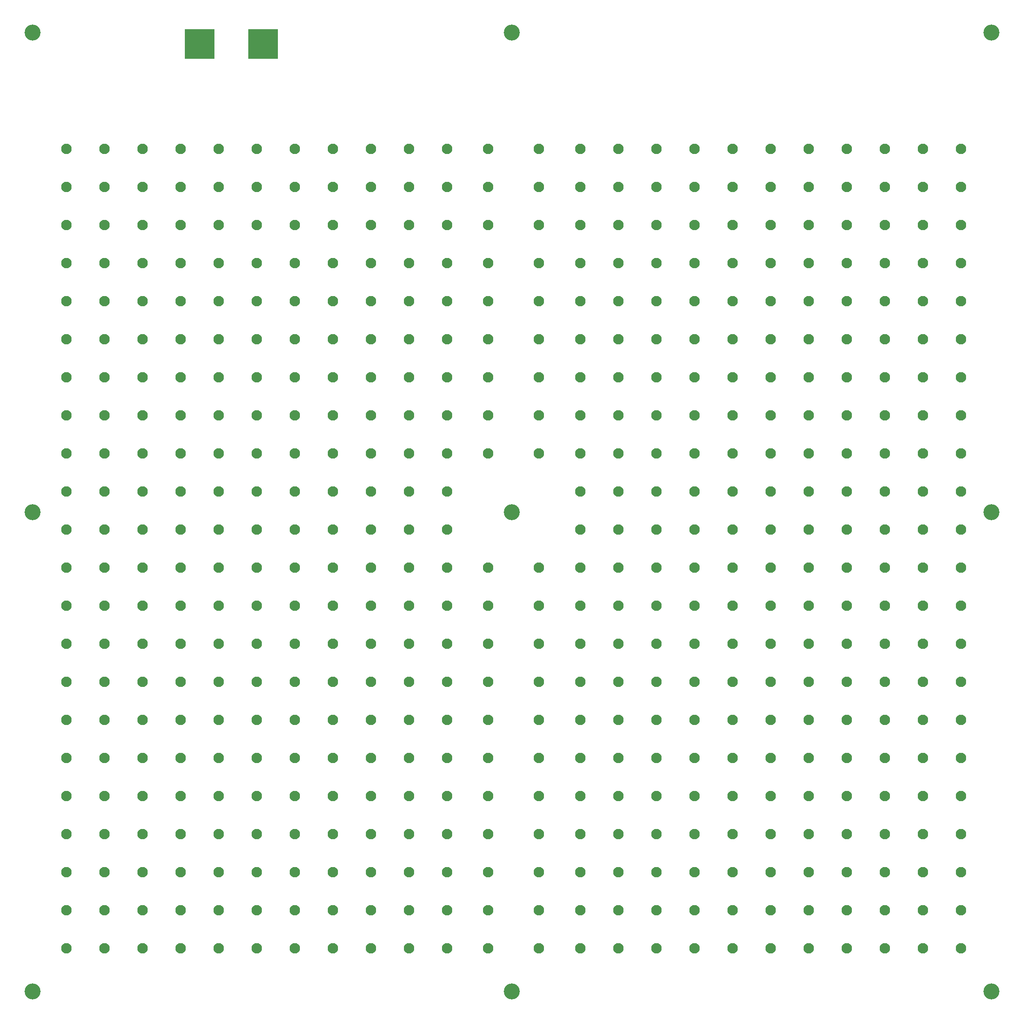
<source format=gbr>
%TF.GenerationSoftware,KiCad,Pcbnew,(5.1.9)-1*%
%TF.CreationDate,2021-09-19T13:22:00-04:00*%
%TF.ProjectId,Heater,48656174-6572-42e6-9b69-6361645f7063,rev?*%
%TF.SameCoordinates,Original*%
%TF.FileFunction,Soldermask,Top*%
%TF.FilePolarity,Negative*%
%FSLAX46Y46*%
G04 Gerber Fmt 4.6, Leading zero omitted, Abs format (unit mm)*
G04 Created by KiCad (PCBNEW (5.1.9)-1) date 2021-09-19 13:22:00*
%MOMM*%
%LPD*%
G01*
G04 APERTURE LIST*
%ADD10C,2.100000*%
%ADD11C,3.200000*%
%ADD12R,6.000000X6.000000*%
G04 APERTURE END LIST*
D10*
%TO.C,REF\u002A\u002A*%
X97155000Y-37465000D03*
%TD*%
%TO.C,REF\u002A\u002A*%
X131445000Y-37465000D03*
%TD*%
%TO.C,REF\u002A\u002A*%
X154305000Y-37465000D03*
%TD*%
%TO.C,REF\u002A\u002A*%
X146685000Y-37465000D03*
%TD*%
%TO.C,REF\u002A\u002A*%
X89535000Y-37465000D03*
%TD*%
%TO.C,REF\u002A\u002A*%
X139065000Y-37465000D03*
%TD*%
%TO.C,REF\u002A\u002A*%
X123825000Y-37465000D03*
%TD*%
%TO.C,REF\u002A\u002A*%
X105410000Y-37465000D03*
%TD*%
%TO.C,REF\u002A\u002A*%
X115570000Y-37465000D03*
%TD*%
%TO.C,REF\u002A\u002A*%
X81915000Y-37465000D03*
%TD*%
%TO.C,REF\u002A\u002A*%
X74295000Y-37465000D03*
%TD*%
%TO.C,REF\u002A\u002A*%
X66675000Y-37465000D03*
%TD*%
%TO.C,REF\u002A\u002A*%
X51435000Y-37465000D03*
%TD*%
%TO.C,REF\u002A\u002A*%
X59055000Y-37465000D03*
%TD*%
%TO.C,REF\u002A\u002A*%
X43815000Y-37465000D03*
%TD*%
%TO.C,REF\u002A\u002A*%
X28575000Y-37465000D03*
%TD*%
%TO.C,REF\u002A\u002A*%
X20955000Y-37465000D03*
%TD*%
%TO.C,REF\u002A\u002A*%
X200025000Y-45085000D03*
%TD*%
%TO.C,REF\u002A\u002A*%
X192405000Y-45085000D03*
%TD*%
%TO.C,REF\u002A\u002A*%
X184785000Y-45085000D03*
%TD*%
%TO.C,REF\u002A\u002A*%
X177165000Y-45085000D03*
%TD*%
%TO.C,REF\u002A\u002A*%
X169545000Y-45085000D03*
%TD*%
%TO.C,REF\u002A\u002A*%
X146685000Y-45085000D03*
%TD*%
%TO.C,REF\u002A\u002A*%
X161925000Y-45085000D03*
%TD*%
%TO.C,REF\u002A\u002A*%
X154305000Y-45085000D03*
%TD*%
%TO.C,REF\u002A\u002A*%
X139065000Y-45085000D03*
%TD*%
%TO.C,REF\u002A\u002A*%
X131445000Y-45085000D03*
%TD*%
%TO.C,REF\u002A\u002A*%
X123825000Y-45085000D03*
%TD*%
%TO.C,REF\u002A\u002A*%
X115570000Y-45085000D03*
%TD*%
%TO.C,REF\u002A\u002A*%
X105410000Y-45085000D03*
%TD*%
%TO.C,REF\u002A\u002A*%
X97155000Y-45085000D03*
%TD*%
%TO.C,REF\u002A\u002A*%
X89535000Y-45085000D03*
%TD*%
%TO.C,REF\u002A\u002A*%
X51435000Y-45085000D03*
%TD*%
%TO.C,REF\u002A\u002A*%
X43815000Y-45085000D03*
%TD*%
%TO.C,REF\u002A\u002A*%
X36195000Y-45085000D03*
%TD*%
%TO.C,REF\u002A\u002A*%
X36195000Y-37465000D03*
%TD*%
%TO.C,REF\u002A\u002A*%
X66675000Y-45085000D03*
%TD*%
%TO.C,REF\u002A\u002A*%
X81915000Y-45085000D03*
%TD*%
%TO.C,REF\u002A\u002A*%
X59055000Y-45085000D03*
%TD*%
%TO.C,REF\u002A\u002A*%
X74295000Y-45085000D03*
%TD*%
%TO.C,REF\u002A\u002A*%
X28575000Y-45085000D03*
%TD*%
%TO.C,REF\u002A\u002A*%
X20955000Y-45085000D03*
%TD*%
%TO.C,REF\u002A\u002A*%
X192405000Y-37465000D03*
%TD*%
%TO.C,REF\u002A\u002A*%
X161925000Y-37465000D03*
%TD*%
%TO.C,REF\u002A\u002A*%
X169545000Y-37465000D03*
%TD*%
%TO.C,REF\u002A\u002A*%
X184785000Y-37465000D03*
%TD*%
%TO.C,REF\u002A\u002A*%
X200025000Y-37465000D03*
%TD*%
%TO.C,REF\u002A\u002A*%
X177165000Y-37465000D03*
%TD*%
%TO.C,REF\u002A\u002A*%
X97155000Y-52705000D03*
%TD*%
%TO.C,REF\u002A\u002A*%
X131445000Y-52705000D03*
%TD*%
%TO.C,REF\u002A\u002A*%
X154305000Y-52705000D03*
%TD*%
%TO.C,REF\u002A\u002A*%
X146685000Y-52705000D03*
%TD*%
%TO.C,REF\u002A\u002A*%
X89535000Y-52705000D03*
%TD*%
%TO.C,REF\u002A\u002A*%
X139065000Y-52705000D03*
%TD*%
%TO.C,REF\u002A\u002A*%
X123825000Y-52705000D03*
%TD*%
%TO.C,REF\u002A\u002A*%
X105410000Y-52705000D03*
%TD*%
%TO.C,REF\u002A\u002A*%
X115570000Y-52705000D03*
%TD*%
%TO.C,REF\u002A\u002A*%
X81915000Y-52705000D03*
%TD*%
%TO.C,REF\u002A\u002A*%
X74295000Y-52705000D03*
%TD*%
%TO.C,REF\u002A\u002A*%
X66675000Y-52705000D03*
%TD*%
%TO.C,REF\u002A\u002A*%
X51435000Y-52705000D03*
%TD*%
%TO.C,REF\u002A\u002A*%
X59055000Y-52705000D03*
%TD*%
%TO.C,REF\u002A\u002A*%
X43815000Y-52705000D03*
%TD*%
%TO.C,REF\u002A\u002A*%
X28575000Y-52705000D03*
%TD*%
%TO.C,REF\u002A\u002A*%
X20955000Y-52705000D03*
%TD*%
%TO.C,REF\u002A\u002A*%
X200025000Y-60325000D03*
%TD*%
%TO.C,REF\u002A\u002A*%
X192405000Y-60325000D03*
%TD*%
%TO.C,REF\u002A\u002A*%
X184785000Y-60325000D03*
%TD*%
%TO.C,REF\u002A\u002A*%
X177165000Y-60325000D03*
%TD*%
%TO.C,REF\u002A\u002A*%
X169545000Y-60325000D03*
%TD*%
%TO.C,REF\u002A\u002A*%
X146685000Y-60325000D03*
%TD*%
%TO.C,REF\u002A\u002A*%
X161925000Y-60325000D03*
%TD*%
%TO.C,REF\u002A\u002A*%
X154305000Y-60325000D03*
%TD*%
%TO.C,REF\u002A\u002A*%
X139065000Y-60325000D03*
%TD*%
%TO.C,REF\u002A\u002A*%
X131445000Y-60325000D03*
%TD*%
%TO.C,REF\u002A\u002A*%
X123825000Y-60325000D03*
%TD*%
%TO.C,REF\u002A\u002A*%
X115570000Y-60325000D03*
%TD*%
%TO.C,REF\u002A\u002A*%
X105410000Y-60325000D03*
%TD*%
%TO.C,REF\u002A\u002A*%
X97155000Y-60325000D03*
%TD*%
%TO.C,REF\u002A\u002A*%
X89535000Y-60325000D03*
%TD*%
%TO.C,REF\u002A\u002A*%
X51435000Y-60325000D03*
%TD*%
%TO.C,REF\u002A\u002A*%
X43815000Y-60325000D03*
%TD*%
%TO.C,REF\u002A\u002A*%
X36195000Y-60325000D03*
%TD*%
%TO.C,REF\u002A\u002A*%
X36195000Y-52705000D03*
%TD*%
%TO.C,REF\u002A\u002A*%
X66675000Y-60325000D03*
%TD*%
%TO.C,REF\u002A\u002A*%
X81915000Y-60325000D03*
%TD*%
%TO.C,REF\u002A\u002A*%
X59055000Y-60325000D03*
%TD*%
%TO.C,REF\u002A\u002A*%
X74295000Y-60325000D03*
%TD*%
%TO.C,REF\u002A\u002A*%
X28575000Y-60325000D03*
%TD*%
%TO.C,REF\u002A\u002A*%
X20955000Y-60325000D03*
%TD*%
%TO.C,REF\u002A\u002A*%
X192405000Y-52705000D03*
%TD*%
%TO.C,REF\u002A\u002A*%
X161925000Y-52705000D03*
%TD*%
%TO.C,REF\u002A\u002A*%
X169545000Y-52705000D03*
%TD*%
%TO.C,REF\u002A\u002A*%
X184785000Y-52705000D03*
%TD*%
%TO.C,REF\u002A\u002A*%
X200025000Y-52705000D03*
%TD*%
%TO.C,REF\u002A\u002A*%
X177165000Y-52705000D03*
%TD*%
%TO.C,REF\u002A\u002A*%
X97155000Y-67945000D03*
%TD*%
%TO.C,REF\u002A\u002A*%
X131445000Y-67945000D03*
%TD*%
%TO.C,REF\u002A\u002A*%
X154305000Y-67945000D03*
%TD*%
%TO.C,REF\u002A\u002A*%
X146685000Y-67945000D03*
%TD*%
%TO.C,REF\u002A\u002A*%
X89535000Y-67945000D03*
%TD*%
%TO.C,REF\u002A\u002A*%
X139065000Y-67945000D03*
%TD*%
%TO.C,REF\u002A\u002A*%
X123825000Y-67945000D03*
%TD*%
%TO.C,REF\u002A\u002A*%
X105410000Y-67945000D03*
%TD*%
%TO.C,REF\u002A\u002A*%
X115570000Y-67945000D03*
%TD*%
%TO.C,REF\u002A\u002A*%
X81915000Y-67945000D03*
%TD*%
%TO.C,REF\u002A\u002A*%
X74295000Y-67945000D03*
%TD*%
%TO.C,REF\u002A\u002A*%
X66675000Y-67945000D03*
%TD*%
%TO.C,REF\u002A\u002A*%
X51435000Y-67945000D03*
%TD*%
%TO.C,REF\u002A\u002A*%
X59055000Y-67945000D03*
%TD*%
%TO.C,REF\u002A\u002A*%
X43815000Y-67945000D03*
%TD*%
%TO.C,REF\u002A\u002A*%
X28575000Y-67945000D03*
%TD*%
%TO.C,REF\u002A\u002A*%
X20955000Y-67945000D03*
%TD*%
%TO.C,REF\u002A\u002A*%
X200025000Y-75565000D03*
%TD*%
%TO.C,REF\u002A\u002A*%
X192405000Y-75565000D03*
%TD*%
%TO.C,REF\u002A\u002A*%
X184785000Y-75565000D03*
%TD*%
%TO.C,REF\u002A\u002A*%
X177165000Y-75565000D03*
%TD*%
%TO.C,REF\u002A\u002A*%
X169545000Y-75565000D03*
%TD*%
%TO.C,REF\u002A\u002A*%
X146685000Y-75565000D03*
%TD*%
%TO.C,REF\u002A\u002A*%
X161925000Y-75565000D03*
%TD*%
%TO.C,REF\u002A\u002A*%
X154305000Y-75565000D03*
%TD*%
%TO.C,REF\u002A\u002A*%
X139065000Y-75565000D03*
%TD*%
%TO.C,REF\u002A\u002A*%
X131445000Y-75565000D03*
%TD*%
%TO.C,REF\u002A\u002A*%
X123825000Y-75565000D03*
%TD*%
%TO.C,REF\u002A\u002A*%
X115570000Y-75565000D03*
%TD*%
%TO.C,REF\u002A\u002A*%
X105410000Y-75565000D03*
%TD*%
%TO.C,REF\u002A\u002A*%
X97155000Y-75565000D03*
%TD*%
%TO.C,REF\u002A\u002A*%
X89535000Y-75565000D03*
%TD*%
%TO.C,REF\u002A\u002A*%
X51435000Y-75565000D03*
%TD*%
%TO.C,REF\u002A\u002A*%
X43815000Y-75565000D03*
%TD*%
%TO.C,REF\u002A\u002A*%
X36195000Y-75565000D03*
%TD*%
%TO.C,REF\u002A\u002A*%
X36195000Y-67945000D03*
%TD*%
%TO.C,REF\u002A\u002A*%
X66675000Y-75565000D03*
%TD*%
%TO.C,REF\u002A\u002A*%
X81915000Y-75565000D03*
%TD*%
%TO.C,REF\u002A\u002A*%
X59055000Y-75565000D03*
%TD*%
%TO.C,REF\u002A\u002A*%
X74295000Y-75565000D03*
%TD*%
%TO.C,REF\u002A\u002A*%
X28575000Y-75565000D03*
%TD*%
%TO.C,REF\u002A\u002A*%
X20955000Y-75565000D03*
%TD*%
%TO.C,REF\u002A\u002A*%
X192405000Y-67945000D03*
%TD*%
%TO.C,REF\u002A\u002A*%
X161925000Y-67945000D03*
%TD*%
%TO.C,REF\u002A\u002A*%
X169545000Y-67945000D03*
%TD*%
%TO.C,REF\u002A\u002A*%
X184785000Y-67945000D03*
%TD*%
%TO.C,REF\u002A\u002A*%
X200025000Y-67945000D03*
%TD*%
%TO.C,REF\u002A\u002A*%
X177165000Y-67945000D03*
%TD*%
%TO.C,REF\u002A\u002A*%
X97155000Y-83185000D03*
%TD*%
%TO.C,REF\u002A\u002A*%
X131445000Y-83185000D03*
%TD*%
%TO.C,REF\u002A\u002A*%
X154305000Y-83185000D03*
%TD*%
%TO.C,REF\u002A\u002A*%
X146685000Y-83185000D03*
%TD*%
%TO.C,REF\u002A\u002A*%
X89535000Y-83185000D03*
%TD*%
%TO.C,REF\u002A\u002A*%
X139065000Y-83185000D03*
%TD*%
%TO.C,REF\u002A\u002A*%
X123825000Y-83185000D03*
%TD*%
%TO.C,REF\u002A\u002A*%
X105410000Y-83185000D03*
%TD*%
%TO.C,REF\u002A\u002A*%
X115570000Y-83185000D03*
%TD*%
%TO.C,REF\u002A\u002A*%
X81915000Y-83185000D03*
%TD*%
%TO.C,REF\u002A\u002A*%
X74295000Y-83185000D03*
%TD*%
%TO.C,REF\u002A\u002A*%
X66675000Y-83185000D03*
%TD*%
%TO.C,REF\u002A\u002A*%
X51435000Y-83185000D03*
%TD*%
%TO.C,REF\u002A\u002A*%
X59055000Y-83185000D03*
%TD*%
%TO.C,REF\u002A\u002A*%
X43815000Y-83185000D03*
%TD*%
%TO.C,REF\u002A\u002A*%
X28575000Y-83185000D03*
%TD*%
%TO.C,REF\u002A\u002A*%
X20955000Y-83185000D03*
%TD*%
%TO.C,REF\u002A\u002A*%
X200025000Y-90805000D03*
%TD*%
%TO.C,REF\u002A\u002A*%
X192405000Y-90805000D03*
%TD*%
%TO.C,REF\u002A\u002A*%
X184785000Y-90805000D03*
%TD*%
%TO.C,REF\u002A\u002A*%
X177165000Y-90805000D03*
%TD*%
%TO.C,REF\u002A\u002A*%
X169545000Y-90805000D03*
%TD*%
%TO.C,REF\u002A\u002A*%
X146685000Y-90805000D03*
%TD*%
%TO.C,REF\u002A\u002A*%
X161925000Y-90805000D03*
%TD*%
%TO.C,REF\u002A\u002A*%
X154305000Y-90805000D03*
%TD*%
%TO.C,REF\u002A\u002A*%
X139065000Y-90805000D03*
%TD*%
%TO.C,REF\u002A\u002A*%
X131445000Y-90805000D03*
%TD*%
%TO.C,REF\u002A\u002A*%
X123825000Y-90805000D03*
%TD*%
%TO.C,REF\u002A\u002A*%
X115570000Y-90805000D03*
%TD*%
%TO.C,REF\u002A\u002A*%
X105410000Y-90805000D03*
%TD*%
%TO.C,REF\u002A\u002A*%
X97155000Y-90805000D03*
%TD*%
%TO.C,REF\u002A\u002A*%
X89535000Y-90805000D03*
%TD*%
%TO.C,REF\u002A\u002A*%
X51435000Y-90805000D03*
%TD*%
%TO.C,REF\u002A\u002A*%
X43815000Y-90805000D03*
%TD*%
%TO.C,REF\u002A\u002A*%
X36195000Y-90805000D03*
%TD*%
%TO.C,REF\u002A\u002A*%
X36195000Y-83185000D03*
%TD*%
%TO.C,REF\u002A\u002A*%
X66675000Y-90805000D03*
%TD*%
%TO.C,REF\u002A\u002A*%
X81915000Y-90805000D03*
%TD*%
%TO.C,REF\u002A\u002A*%
X59055000Y-90805000D03*
%TD*%
%TO.C,REF\u002A\u002A*%
X74295000Y-90805000D03*
%TD*%
%TO.C,REF\u002A\u002A*%
X28575000Y-90805000D03*
%TD*%
%TO.C,REF\u002A\u002A*%
X20955000Y-90805000D03*
%TD*%
%TO.C,REF\u002A\u002A*%
X192405000Y-83185000D03*
%TD*%
%TO.C,REF\u002A\u002A*%
X161925000Y-83185000D03*
%TD*%
%TO.C,REF\u002A\u002A*%
X169545000Y-83185000D03*
%TD*%
%TO.C,REF\u002A\u002A*%
X184785000Y-83185000D03*
%TD*%
%TO.C,REF\u002A\u002A*%
X200025000Y-83185000D03*
%TD*%
%TO.C,REF\u002A\u002A*%
X177165000Y-83185000D03*
%TD*%
%TO.C,REF\u002A\u002A*%
X97155000Y-98425000D03*
%TD*%
%TO.C,REF\u002A\u002A*%
X131445000Y-98425000D03*
%TD*%
%TO.C,REF\u002A\u002A*%
X154305000Y-98425000D03*
%TD*%
%TO.C,REF\u002A\u002A*%
X146685000Y-98425000D03*
%TD*%
%TO.C,REF\u002A\u002A*%
X89535000Y-98425000D03*
%TD*%
%TO.C,REF\u002A\u002A*%
X139065000Y-98425000D03*
%TD*%
%TO.C,REF\u002A\u002A*%
X123825000Y-98425000D03*
%TD*%
%TO.C,REF\u002A\u002A*%
X105410000Y-98425000D03*
%TD*%
%TO.C,REF\u002A\u002A*%
X115570000Y-98425000D03*
%TD*%
%TO.C,REF\u002A\u002A*%
X81915000Y-98425000D03*
%TD*%
%TO.C,REF\u002A\u002A*%
X74295000Y-98425000D03*
%TD*%
%TO.C,REF\u002A\u002A*%
X66675000Y-98425000D03*
%TD*%
%TO.C,REF\u002A\u002A*%
X51435000Y-98425000D03*
%TD*%
%TO.C,REF\u002A\u002A*%
X59055000Y-98425000D03*
%TD*%
%TO.C,REF\u002A\u002A*%
X43815000Y-98425000D03*
%TD*%
%TO.C,REF\u002A\u002A*%
X28575000Y-98425000D03*
%TD*%
%TO.C,REF\u002A\u002A*%
X20955000Y-98425000D03*
%TD*%
%TO.C,REF\u002A\u002A*%
X200025000Y-106045000D03*
%TD*%
%TO.C,REF\u002A\u002A*%
X192405000Y-106045000D03*
%TD*%
%TO.C,REF\u002A\u002A*%
X184785000Y-106045000D03*
%TD*%
%TO.C,REF\u002A\u002A*%
X177165000Y-106045000D03*
%TD*%
%TO.C,REF\u002A\u002A*%
X169545000Y-106045000D03*
%TD*%
%TO.C,REF\u002A\u002A*%
X146685000Y-106045000D03*
%TD*%
%TO.C,REF\u002A\u002A*%
X161925000Y-106045000D03*
%TD*%
%TO.C,REF\u002A\u002A*%
X154305000Y-106045000D03*
%TD*%
%TO.C,REF\u002A\u002A*%
X139065000Y-106045000D03*
%TD*%
%TO.C,REF\u002A\u002A*%
X131445000Y-106045000D03*
%TD*%
%TO.C,REF\u002A\u002A*%
X123825000Y-106045000D03*
%TD*%
%TO.C,REF\u002A\u002A*%
X97155000Y-106045000D03*
%TD*%
%TO.C,REF\u002A\u002A*%
X89535000Y-106045000D03*
%TD*%
%TO.C,REF\u002A\u002A*%
X51435000Y-106045000D03*
%TD*%
%TO.C,REF\u002A\u002A*%
X43815000Y-106045000D03*
%TD*%
%TO.C,REF\u002A\u002A*%
X36195000Y-106045000D03*
%TD*%
%TO.C,REF\u002A\u002A*%
X36195000Y-98425000D03*
%TD*%
%TO.C,REF\u002A\u002A*%
X66675000Y-106045000D03*
%TD*%
%TO.C,REF\u002A\u002A*%
X81915000Y-106045000D03*
%TD*%
%TO.C,REF\u002A\u002A*%
X59055000Y-106045000D03*
%TD*%
%TO.C,REF\u002A\u002A*%
X74295000Y-106045000D03*
%TD*%
%TO.C,REF\u002A\u002A*%
X28575000Y-106045000D03*
%TD*%
%TO.C,REF\u002A\u002A*%
X20955000Y-106045000D03*
%TD*%
%TO.C,REF\u002A\u002A*%
X192405000Y-98425000D03*
%TD*%
%TO.C,REF\u002A\u002A*%
X161925000Y-98425000D03*
%TD*%
%TO.C,REF\u002A\u002A*%
X169545000Y-98425000D03*
%TD*%
%TO.C,REF\u002A\u002A*%
X184785000Y-98425000D03*
%TD*%
%TO.C,REF\u002A\u002A*%
X200025000Y-98425000D03*
%TD*%
%TO.C,REF\u002A\u002A*%
X177165000Y-98425000D03*
%TD*%
%TO.C,REF\u002A\u002A*%
X97155000Y-113665000D03*
%TD*%
%TO.C,REF\u002A\u002A*%
X131445000Y-113665000D03*
%TD*%
%TO.C,REF\u002A\u002A*%
X154305000Y-113665000D03*
%TD*%
%TO.C,REF\u002A\u002A*%
X146685000Y-113665000D03*
%TD*%
%TO.C,REF\u002A\u002A*%
X89535000Y-113665000D03*
%TD*%
%TO.C,REF\u002A\u002A*%
X139065000Y-113665000D03*
%TD*%
%TO.C,REF\u002A\u002A*%
X123825000Y-113665000D03*
%TD*%
%TO.C,REF\u002A\u002A*%
X81915000Y-113665000D03*
%TD*%
%TO.C,REF\u002A\u002A*%
X74295000Y-113665000D03*
%TD*%
%TO.C,REF\u002A\u002A*%
X66675000Y-113665000D03*
%TD*%
%TO.C,REF\u002A\u002A*%
X51435000Y-113665000D03*
%TD*%
%TO.C,REF\u002A\u002A*%
X59055000Y-113665000D03*
%TD*%
%TO.C,REF\u002A\u002A*%
X43815000Y-113665000D03*
%TD*%
%TO.C,REF\u002A\u002A*%
X28575000Y-113665000D03*
%TD*%
%TO.C,REF\u002A\u002A*%
X20955000Y-113665000D03*
%TD*%
%TO.C,REF\u002A\u002A*%
X200025000Y-121285000D03*
%TD*%
%TO.C,REF\u002A\u002A*%
X192405000Y-121285000D03*
%TD*%
%TO.C,REF\u002A\u002A*%
X184785000Y-121285000D03*
%TD*%
%TO.C,REF\u002A\u002A*%
X177165000Y-121285000D03*
%TD*%
%TO.C,REF\u002A\u002A*%
X169545000Y-121285000D03*
%TD*%
%TO.C,REF\u002A\u002A*%
X146685000Y-121285000D03*
%TD*%
%TO.C,REF\u002A\u002A*%
X161925000Y-121285000D03*
%TD*%
%TO.C,REF\u002A\u002A*%
X154305000Y-121285000D03*
%TD*%
%TO.C,REF\u002A\u002A*%
X139065000Y-121285000D03*
%TD*%
%TO.C,REF\u002A\u002A*%
X131445000Y-121285000D03*
%TD*%
%TO.C,REF\u002A\u002A*%
X123825000Y-121285000D03*
%TD*%
%TO.C,REF\u002A\u002A*%
X115570000Y-121285000D03*
%TD*%
%TO.C,REF\u002A\u002A*%
X105410000Y-121285000D03*
%TD*%
%TO.C,REF\u002A\u002A*%
X97155000Y-121285000D03*
%TD*%
%TO.C,REF\u002A\u002A*%
X89535000Y-121285000D03*
%TD*%
%TO.C,REF\u002A\u002A*%
X51435000Y-121285000D03*
%TD*%
%TO.C,REF\u002A\u002A*%
X43815000Y-121285000D03*
%TD*%
%TO.C,REF\u002A\u002A*%
X36195000Y-121285000D03*
%TD*%
%TO.C,REF\u002A\u002A*%
X36195000Y-113665000D03*
%TD*%
%TO.C,REF\u002A\u002A*%
X66675000Y-121285000D03*
%TD*%
%TO.C,REF\u002A\u002A*%
X81915000Y-121285000D03*
%TD*%
%TO.C,REF\u002A\u002A*%
X59055000Y-121285000D03*
%TD*%
%TO.C,REF\u002A\u002A*%
X74295000Y-121285000D03*
%TD*%
%TO.C,REF\u002A\u002A*%
X28575000Y-121285000D03*
%TD*%
%TO.C,REF\u002A\u002A*%
X20955000Y-121285000D03*
%TD*%
%TO.C,REF\u002A\u002A*%
X192405000Y-113665000D03*
%TD*%
%TO.C,REF\u002A\u002A*%
X161925000Y-113665000D03*
%TD*%
%TO.C,REF\u002A\u002A*%
X169545000Y-113665000D03*
%TD*%
%TO.C,REF\u002A\u002A*%
X184785000Y-113665000D03*
%TD*%
%TO.C,REF\u002A\u002A*%
X200025000Y-113665000D03*
%TD*%
%TO.C,REF\u002A\u002A*%
X177165000Y-113665000D03*
%TD*%
%TO.C,REF\u002A\u002A*%
X97155000Y-128905000D03*
%TD*%
%TO.C,REF\u002A\u002A*%
X131445000Y-128905000D03*
%TD*%
%TO.C,REF\u002A\u002A*%
X154305000Y-128905000D03*
%TD*%
%TO.C,REF\u002A\u002A*%
X146685000Y-128905000D03*
%TD*%
%TO.C,REF\u002A\u002A*%
X89535000Y-128905000D03*
%TD*%
%TO.C,REF\u002A\u002A*%
X139065000Y-128905000D03*
%TD*%
%TO.C,REF\u002A\u002A*%
X123825000Y-128905000D03*
%TD*%
%TO.C,REF\u002A\u002A*%
X105410000Y-128905000D03*
%TD*%
%TO.C,REF\u002A\u002A*%
X115570000Y-128905000D03*
%TD*%
%TO.C,REF\u002A\u002A*%
X81915000Y-128905000D03*
%TD*%
%TO.C,REF\u002A\u002A*%
X74295000Y-128905000D03*
%TD*%
%TO.C,REF\u002A\u002A*%
X66675000Y-128905000D03*
%TD*%
%TO.C,REF\u002A\u002A*%
X51435000Y-128905000D03*
%TD*%
%TO.C,REF\u002A\u002A*%
X59055000Y-128905000D03*
%TD*%
%TO.C,REF\u002A\u002A*%
X43815000Y-128905000D03*
%TD*%
%TO.C,REF\u002A\u002A*%
X28575000Y-128905000D03*
%TD*%
%TO.C,REF\u002A\u002A*%
X20955000Y-128905000D03*
%TD*%
%TO.C,REF\u002A\u002A*%
X200025000Y-136525000D03*
%TD*%
%TO.C,REF\u002A\u002A*%
X192405000Y-136525000D03*
%TD*%
%TO.C,REF\u002A\u002A*%
X184785000Y-136525000D03*
%TD*%
%TO.C,REF\u002A\u002A*%
X177165000Y-136525000D03*
%TD*%
%TO.C,REF\u002A\u002A*%
X169545000Y-136525000D03*
%TD*%
%TO.C,REF\u002A\u002A*%
X146685000Y-136525000D03*
%TD*%
%TO.C,REF\u002A\u002A*%
X161925000Y-136525000D03*
%TD*%
%TO.C,REF\u002A\u002A*%
X154305000Y-136525000D03*
%TD*%
%TO.C,REF\u002A\u002A*%
X139065000Y-136525000D03*
%TD*%
%TO.C,REF\u002A\u002A*%
X131445000Y-136525000D03*
%TD*%
%TO.C,REF\u002A\u002A*%
X123825000Y-136525000D03*
%TD*%
%TO.C,REF\u002A\u002A*%
X115570000Y-136525000D03*
%TD*%
%TO.C,REF\u002A\u002A*%
X105410000Y-136525000D03*
%TD*%
%TO.C,REF\u002A\u002A*%
X97155000Y-136525000D03*
%TD*%
%TO.C,REF\u002A\u002A*%
X89535000Y-136525000D03*
%TD*%
%TO.C,REF\u002A\u002A*%
X51435000Y-136525000D03*
%TD*%
%TO.C,REF\u002A\u002A*%
X43815000Y-136525000D03*
%TD*%
%TO.C,REF\u002A\u002A*%
X36195000Y-136525000D03*
%TD*%
%TO.C,REF\u002A\u002A*%
X36195000Y-128905000D03*
%TD*%
%TO.C,REF\u002A\u002A*%
X66675000Y-136525000D03*
%TD*%
%TO.C,REF\u002A\u002A*%
X81915000Y-136525000D03*
%TD*%
%TO.C,REF\u002A\u002A*%
X59055000Y-136525000D03*
%TD*%
%TO.C,REF\u002A\u002A*%
X74295000Y-136525000D03*
%TD*%
%TO.C,REF\u002A\u002A*%
X28575000Y-136525000D03*
%TD*%
%TO.C,REF\u002A\u002A*%
X20955000Y-136525000D03*
%TD*%
%TO.C,REF\u002A\u002A*%
X192405000Y-128905000D03*
%TD*%
%TO.C,REF\u002A\u002A*%
X161925000Y-128905000D03*
%TD*%
%TO.C,REF\u002A\u002A*%
X169545000Y-128905000D03*
%TD*%
%TO.C,REF\u002A\u002A*%
X184785000Y-128905000D03*
%TD*%
%TO.C,REF\u002A\u002A*%
X200025000Y-128905000D03*
%TD*%
%TO.C,REF\u002A\u002A*%
X177165000Y-128905000D03*
%TD*%
%TO.C,REF\u002A\u002A*%
X97155000Y-144145000D03*
%TD*%
%TO.C,REF\u002A\u002A*%
X131445000Y-144145000D03*
%TD*%
%TO.C,REF\u002A\u002A*%
X154305000Y-144145000D03*
%TD*%
%TO.C,REF\u002A\u002A*%
X146685000Y-144145000D03*
%TD*%
%TO.C,REF\u002A\u002A*%
X89535000Y-144145000D03*
%TD*%
%TO.C,REF\u002A\u002A*%
X139065000Y-144145000D03*
%TD*%
%TO.C,REF\u002A\u002A*%
X123825000Y-144145000D03*
%TD*%
%TO.C,REF\u002A\u002A*%
X105410000Y-144145000D03*
%TD*%
%TO.C,REF\u002A\u002A*%
X115570000Y-144145000D03*
%TD*%
%TO.C,REF\u002A\u002A*%
X81915000Y-144145000D03*
%TD*%
%TO.C,REF\u002A\u002A*%
X74295000Y-144145000D03*
%TD*%
%TO.C,REF\u002A\u002A*%
X66675000Y-144145000D03*
%TD*%
%TO.C,REF\u002A\u002A*%
X51435000Y-144145000D03*
%TD*%
%TO.C,REF\u002A\u002A*%
X59055000Y-144145000D03*
%TD*%
%TO.C,REF\u002A\u002A*%
X43815000Y-144145000D03*
%TD*%
%TO.C,REF\u002A\u002A*%
X28575000Y-144145000D03*
%TD*%
%TO.C,REF\u002A\u002A*%
X20955000Y-144145000D03*
%TD*%
%TO.C,REF\u002A\u002A*%
X200025000Y-151765000D03*
%TD*%
%TO.C,REF\u002A\u002A*%
X192405000Y-151765000D03*
%TD*%
%TO.C,REF\u002A\u002A*%
X184785000Y-151765000D03*
%TD*%
%TO.C,REF\u002A\u002A*%
X177165000Y-151765000D03*
%TD*%
%TO.C,REF\u002A\u002A*%
X169545000Y-151765000D03*
%TD*%
%TO.C,REF\u002A\u002A*%
X146685000Y-151765000D03*
%TD*%
%TO.C,REF\u002A\u002A*%
X161925000Y-151765000D03*
%TD*%
%TO.C,REF\u002A\u002A*%
X154305000Y-151765000D03*
%TD*%
%TO.C,REF\u002A\u002A*%
X139065000Y-151765000D03*
%TD*%
%TO.C,REF\u002A\u002A*%
X131445000Y-151765000D03*
%TD*%
%TO.C,REF\u002A\u002A*%
X123825000Y-151765000D03*
%TD*%
%TO.C,REF\u002A\u002A*%
X115570000Y-151765000D03*
%TD*%
%TO.C,REF\u002A\u002A*%
X105410000Y-151765000D03*
%TD*%
%TO.C,REF\u002A\u002A*%
X97155000Y-151765000D03*
%TD*%
%TO.C,REF\u002A\u002A*%
X89535000Y-151765000D03*
%TD*%
%TO.C,REF\u002A\u002A*%
X51435000Y-151765000D03*
%TD*%
%TO.C,REF\u002A\u002A*%
X43815000Y-151765000D03*
%TD*%
%TO.C,REF\u002A\u002A*%
X36195000Y-151765000D03*
%TD*%
%TO.C,REF\u002A\u002A*%
X36195000Y-144145000D03*
%TD*%
%TO.C,REF\u002A\u002A*%
X66675000Y-151765000D03*
%TD*%
%TO.C,REF\u002A\u002A*%
X81915000Y-151765000D03*
%TD*%
%TO.C,REF\u002A\u002A*%
X59055000Y-151765000D03*
%TD*%
%TO.C,REF\u002A\u002A*%
X74295000Y-151765000D03*
%TD*%
%TO.C,REF\u002A\u002A*%
X28575000Y-151765000D03*
%TD*%
%TO.C,REF\u002A\u002A*%
X20955000Y-151765000D03*
%TD*%
%TO.C,REF\u002A\u002A*%
X192405000Y-144145000D03*
%TD*%
%TO.C,REF\u002A\u002A*%
X161925000Y-144145000D03*
%TD*%
%TO.C,REF\u002A\u002A*%
X169545000Y-144145000D03*
%TD*%
%TO.C,REF\u002A\u002A*%
X184785000Y-144145000D03*
%TD*%
%TO.C,REF\u002A\u002A*%
X200025000Y-144145000D03*
%TD*%
%TO.C,REF\u002A\u002A*%
X177165000Y-144145000D03*
%TD*%
%TO.C,REF\u002A\u002A*%
X97155000Y-159385000D03*
%TD*%
%TO.C,REF\u002A\u002A*%
X131445000Y-159385000D03*
%TD*%
%TO.C,REF\u002A\u002A*%
X154305000Y-159385000D03*
%TD*%
%TO.C,REF\u002A\u002A*%
X146685000Y-159385000D03*
%TD*%
%TO.C,REF\u002A\u002A*%
X89535000Y-159385000D03*
%TD*%
%TO.C,REF\u002A\u002A*%
X139065000Y-159385000D03*
%TD*%
%TO.C,REF\u002A\u002A*%
X123825000Y-159385000D03*
%TD*%
%TO.C,REF\u002A\u002A*%
X105410000Y-159385000D03*
%TD*%
%TO.C,REF\u002A\u002A*%
X115570000Y-159385000D03*
%TD*%
%TO.C,REF\u002A\u002A*%
X81915000Y-159385000D03*
%TD*%
%TO.C,REF\u002A\u002A*%
X74295000Y-159385000D03*
%TD*%
%TO.C,REF\u002A\u002A*%
X66675000Y-159385000D03*
%TD*%
%TO.C,REF\u002A\u002A*%
X51435000Y-159385000D03*
%TD*%
%TO.C,REF\u002A\u002A*%
X59055000Y-159385000D03*
%TD*%
%TO.C,REF\u002A\u002A*%
X43815000Y-159385000D03*
%TD*%
%TO.C,REF\u002A\u002A*%
X28575000Y-159385000D03*
%TD*%
%TO.C,REF\u002A\u002A*%
X20955000Y-159385000D03*
%TD*%
%TO.C,REF\u002A\u002A*%
X200025000Y-167005000D03*
%TD*%
%TO.C,REF\u002A\u002A*%
X192405000Y-167005000D03*
%TD*%
%TO.C,REF\u002A\u002A*%
X184785000Y-167005000D03*
%TD*%
%TO.C,REF\u002A\u002A*%
X177165000Y-167005000D03*
%TD*%
%TO.C,REF\u002A\u002A*%
X169545000Y-167005000D03*
%TD*%
%TO.C,REF\u002A\u002A*%
X146685000Y-167005000D03*
%TD*%
%TO.C,REF\u002A\u002A*%
X161925000Y-167005000D03*
%TD*%
%TO.C,REF\u002A\u002A*%
X154305000Y-167005000D03*
%TD*%
%TO.C,REF\u002A\u002A*%
X139065000Y-167005000D03*
%TD*%
%TO.C,REF\u002A\u002A*%
X131445000Y-167005000D03*
%TD*%
%TO.C,REF\u002A\u002A*%
X123825000Y-167005000D03*
%TD*%
%TO.C,REF\u002A\u002A*%
X115570000Y-167005000D03*
%TD*%
%TO.C,REF\u002A\u002A*%
X105410000Y-167005000D03*
%TD*%
%TO.C,REF\u002A\u002A*%
X97155000Y-167005000D03*
%TD*%
%TO.C,REF\u002A\u002A*%
X89535000Y-167005000D03*
%TD*%
%TO.C,REF\u002A\u002A*%
X51435000Y-167005000D03*
%TD*%
%TO.C,REF\u002A\u002A*%
X43815000Y-167005000D03*
%TD*%
%TO.C,REF\u002A\u002A*%
X36195000Y-167005000D03*
%TD*%
%TO.C,REF\u002A\u002A*%
X36195000Y-159385000D03*
%TD*%
%TO.C,REF\u002A\u002A*%
X66675000Y-167005000D03*
%TD*%
%TO.C,REF\u002A\u002A*%
X81915000Y-167005000D03*
%TD*%
%TO.C,REF\u002A\u002A*%
X59055000Y-167005000D03*
%TD*%
%TO.C,REF\u002A\u002A*%
X74295000Y-167005000D03*
%TD*%
%TO.C,REF\u002A\u002A*%
X28575000Y-167005000D03*
%TD*%
%TO.C,REF\u002A\u002A*%
X20955000Y-167005000D03*
%TD*%
%TO.C,REF\u002A\u002A*%
X192405000Y-159385000D03*
%TD*%
%TO.C,REF\u002A\u002A*%
X161925000Y-159385000D03*
%TD*%
%TO.C,REF\u002A\u002A*%
X169545000Y-159385000D03*
%TD*%
%TO.C,REF\u002A\u002A*%
X184785000Y-159385000D03*
%TD*%
%TO.C,REF\u002A\u002A*%
X200025000Y-159385000D03*
%TD*%
%TO.C,REF\u002A\u002A*%
X177165000Y-159385000D03*
%TD*%
%TO.C,REF\u002A\u002A*%
X97155000Y-174625000D03*
%TD*%
%TO.C,REF\u002A\u002A*%
X131445000Y-174625000D03*
%TD*%
%TO.C,REF\u002A\u002A*%
X154305000Y-174625000D03*
%TD*%
%TO.C,REF\u002A\u002A*%
X146685000Y-174625000D03*
%TD*%
%TO.C,REF\u002A\u002A*%
X89535000Y-174625000D03*
%TD*%
%TO.C,REF\u002A\u002A*%
X139065000Y-174625000D03*
%TD*%
%TO.C,REF\u002A\u002A*%
X123825000Y-174625000D03*
%TD*%
%TO.C,REF\u002A\u002A*%
X105410000Y-174625000D03*
%TD*%
%TO.C,REF\u002A\u002A*%
X115570000Y-174625000D03*
%TD*%
%TO.C,REF\u002A\u002A*%
X81915000Y-174625000D03*
%TD*%
%TO.C,REF\u002A\u002A*%
X74295000Y-174625000D03*
%TD*%
%TO.C,REF\u002A\u002A*%
X66675000Y-174625000D03*
%TD*%
%TO.C,REF\u002A\u002A*%
X51435000Y-174625000D03*
%TD*%
%TO.C,REF\u002A\u002A*%
X59055000Y-174625000D03*
%TD*%
%TO.C,REF\u002A\u002A*%
X43815000Y-174625000D03*
%TD*%
%TO.C,REF\u002A\u002A*%
X28575000Y-174625000D03*
%TD*%
%TO.C,REF\u002A\u002A*%
X20955000Y-174625000D03*
%TD*%
%TO.C,REF\u002A\u002A*%
X200025000Y-182245000D03*
%TD*%
%TO.C,REF\u002A\u002A*%
X192405000Y-182245000D03*
%TD*%
%TO.C,REF\u002A\u002A*%
X184785000Y-182245000D03*
%TD*%
%TO.C,REF\u002A\u002A*%
X177165000Y-182245000D03*
%TD*%
%TO.C,REF\u002A\u002A*%
X169545000Y-182245000D03*
%TD*%
%TO.C,REF\u002A\u002A*%
X146685000Y-182245000D03*
%TD*%
%TO.C,REF\u002A\u002A*%
X161925000Y-182245000D03*
%TD*%
%TO.C,REF\u002A\u002A*%
X154305000Y-182245000D03*
%TD*%
%TO.C,REF\u002A\u002A*%
X139065000Y-182245000D03*
%TD*%
%TO.C,REF\u002A\u002A*%
X131445000Y-182245000D03*
%TD*%
%TO.C,REF\u002A\u002A*%
X123825000Y-182245000D03*
%TD*%
%TO.C,REF\u002A\u002A*%
X115570000Y-182245000D03*
%TD*%
%TO.C,REF\u002A\u002A*%
X105410000Y-182245000D03*
%TD*%
%TO.C,REF\u002A\u002A*%
X97155000Y-182245000D03*
%TD*%
%TO.C,REF\u002A\u002A*%
X89535000Y-182245000D03*
%TD*%
%TO.C,REF\u002A\u002A*%
X51435000Y-182245000D03*
%TD*%
%TO.C,REF\u002A\u002A*%
X43815000Y-182245000D03*
%TD*%
%TO.C,REF\u002A\u002A*%
X36195000Y-182245000D03*
%TD*%
%TO.C,REF\u002A\u002A*%
X36195000Y-174625000D03*
%TD*%
%TO.C,REF\u002A\u002A*%
X66675000Y-182245000D03*
%TD*%
%TO.C,REF\u002A\u002A*%
X81915000Y-182245000D03*
%TD*%
%TO.C,REF\u002A\u002A*%
X59055000Y-182245000D03*
%TD*%
%TO.C,REF\u002A\u002A*%
X74295000Y-182245000D03*
%TD*%
%TO.C,REF\u002A\u002A*%
X28575000Y-182245000D03*
%TD*%
%TO.C,REF\u002A\u002A*%
X20955000Y-182245000D03*
%TD*%
%TO.C,REF\u002A\u002A*%
X192405000Y-174625000D03*
%TD*%
%TO.C,REF\u002A\u002A*%
X161925000Y-174625000D03*
%TD*%
%TO.C,REF\u002A\u002A*%
X169545000Y-174625000D03*
%TD*%
%TO.C,REF\u002A\u002A*%
X184785000Y-174625000D03*
%TD*%
%TO.C,REF\u002A\u002A*%
X200025000Y-174625000D03*
%TD*%
%TO.C,REF\u002A\u002A*%
X177165000Y-174625000D03*
%TD*%
%TO.C,REF\u002A\u002A*%
X200025000Y-189865000D03*
%TD*%
%TO.C,REF\u002A\u002A*%
X192405000Y-189865000D03*
%TD*%
%TO.C,REF\u002A\u002A*%
X184785000Y-189865000D03*
%TD*%
%TO.C,REF\u002A\u002A*%
X177165000Y-189865000D03*
%TD*%
%TO.C,REF\u002A\u002A*%
X169545000Y-189865000D03*
%TD*%
%TO.C,REF\u002A\u002A*%
X161925000Y-189865000D03*
%TD*%
%TO.C,REF\u002A\u002A*%
X154305000Y-189865000D03*
%TD*%
%TO.C,REF\u002A\u002A*%
X146685000Y-189865000D03*
%TD*%
%TO.C,REF\u002A\u002A*%
X139065000Y-189865000D03*
%TD*%
%TO.C,REF\u002A\u002A*%
X131445000Y-189865000D03*
%TD*%
%TO.C,REF\u002A\u002A*%
X123825000Y-189865000D03*
%TD*%
%TO.C,REF\u002A\u002A*%
X115570000Y-189865000D03*
%TD*%
%TO.C,REF\u002A\u002A*%
X105410000Y-189865000D03*
%TD*%
%TO.C,REF\u002A\u002A*%
X97155000Y-189865000D03*
%TD*%
%TO.C,REF\u002A\u002A*%
X89535000Y-189865000D03*
%TD*%
%TO.C,REF\u002A\u002A*%
X81915000Y-189865000D03*
%TD*%
%TO.C,REF\u002A\u002A*%
X74295000Y-189865000D03*
%TD*%
%TO.C,REF\u002A\u002A*%
X66675000Y-189865000D03*
%TD*%
%TO.C,REF\u002A\u002A*%
X59055000Y-189865000D03*
%TD*%
%TO.C,REF\u002A\u002A*%
X51435000Y-189865000D03*
%TD*%
%TO.C,REF\u002A\u002A*%
X43815000Y-189865000D03*
%TD*%
%TO.C,REF\u002A\u002A*%
X36195000Y-189865000D03*
%TD*%
%TO.C,REF\u002A\u002A*%
X28575000Y-189865000D03*
%TD*%
%TO.C,REF\u002A\u002A*%
X20955000Y-189865000D03*
%TD*%
%TO.C,REF\u002A\u002A*%
X200025000Y-197485000D03*
%TD*%
%TO.C,REF\u002A\u002A*%
X192405000Y-197485000D03*
%TD*%
%TO.C,REF\u002A\u002A*%
X184785000Y-197485000D03*
%TD*%
%TO.C,REF\u002A\u002A*%
X177165000Y-197485000D03*
%TD*%
%TO.C,REF\u002A\u002A*%
X169545000Y-197485000D03*
%TD*%
%TO.C,REF\u002A\u002A*%
X161925000Y-197485000D03*
%TD*%
%TO.C,REF\u002A\u002A*%
X154305000Y-197485000D03*
%TD*%
%TO.C,REF\u002A\u002A*%
X146685000Y-197485000D03*
%TD*%
%TO.C,REF\u002A\u002A*%
X139065000Y-197485000D03*
%TD*%
%TO.C,REF\u002A\u002A*%
X131445000Y-197485000D03*
%TD*%
%TO.C,REF\u002A\u002A*%
X123825000Y-197485000D03*
%TD*%
%TO.C,REF\u002A\u002A*%
X115570000Y-197485000D03*
%TD*%
%TO.C,REF\u002A\u002A*%
X105410000Y-197485000D03*
%TD*%
%TO.C,REF\u002A\u002A*%
X97155000Y-197485000D03*
%TD*%
%TO.C,REF\u002A\u002A*%
X89535000Y-197485000D03*
%TD*%
%TO.C,REF\u002A\u002A*%
X81915000Y-197485000D03*
%TD*%
%TO.C,REF\u002A\u002A*%
X74295000Y-197485000D03*
%TD*%
%TO.C,REF\u002A\u002A*%
X66675000Y-197485000D03*
%TD*%
%TO.C,REF\u002A\u002A*%
X59055000Y-197485000D03*
%TD*%
%TO.C,REF\u002A\u002A*%
X51435000Y-197485000D03*
%TD*%
%TO.C,REF\u002A\u002A*%
X43815000Y-197485000D03*
%TD*%
%TO.C,REF\u002A\u002A*%
X36195000Y-197485000D03*
%TD*%
%TO.C,REF\u002A\u002A*%
X28575000Y-197485000D03*
%TD*%
%TO.C,REF\u002A\u002A*%
X20955000Y-197485000D03*
%TD*%
D11*
%TO.C,REF\u002A\u002A*%
X206160000Y-14160000D03*
%TD*%
%TO.C,REF\u002A\u002A*%
X206160000Y-110160000D03*
%TD*%
%TO.C,REF\u002A\u002A*%
X206160000Y-206160000D03*
%TD*%
%TO.C,REF\u002A\u002A*%
X110160000Y-206160000D03*
%TD*%
%TO.C,REF\u002A\u002A*%
X110160000Y-110160000D03*
%TD*%
%TO.C,REF\u002A\u002A*%
X110160000Y-14160000D03*
%TD*%
%TO.C,REF\u002A\u002A*%
X14160000Y-206160000D03*
%TD*%
%TO.C,REF\u002A\u002A*%
X14160000Y-110160000D03*
%TD*%
%TO.C,REF\u002A\u002A*%
X14160000Y-14160000D03*
%TD*%
D12*
%TO.C,J2*%
X60325000Y-16510000D03*
%TD*%
%TO.C,J1*%
X47625000Y-16510000D03*
%TD*%
M02*

</source>
